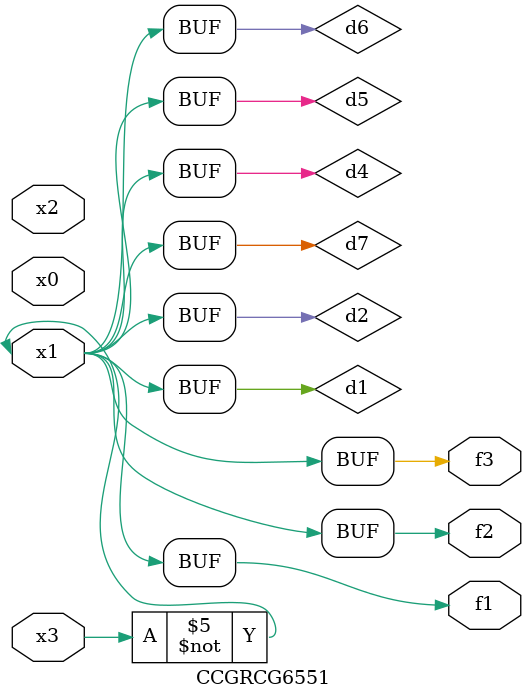
<source format=v>
module CCGRCG6551(
	input x0, x1, x2, x3,
	output f1, f2, f3
);

	wire d1, d2, d3, d4, d5, d6, d7;

	not (d1, x3);
	buf (d2, x1);
	xnor (d3, d1, d2);
	nor (d4, d1);
	buf (d5, d1, d2);
	buf (d6, d4, d5);
	nand (d7, d4);
	assign f1 = d6;
	assign f2 = d7;
	assign f3 = d6;
endmodule

</source>
